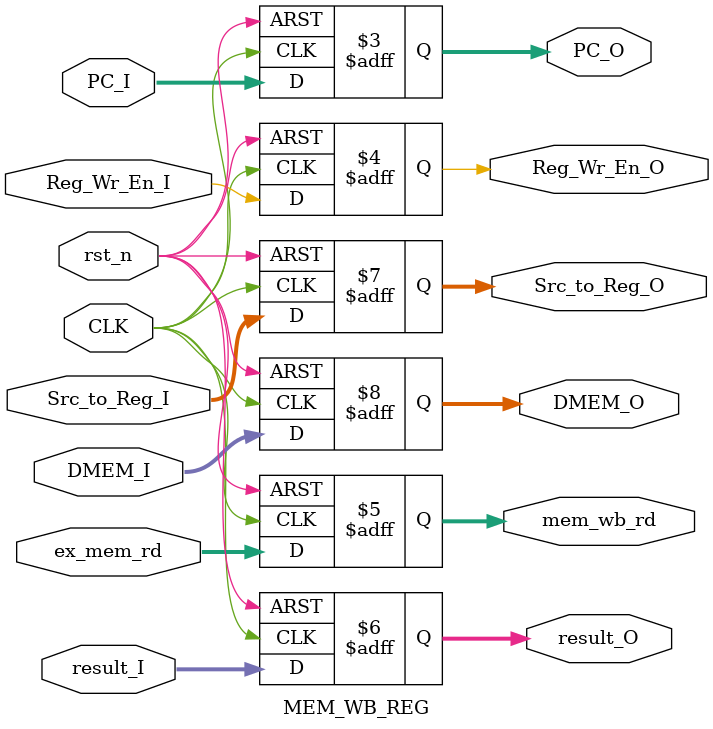
<source format=v>
module MEM_WB_REG #(
	parameter XLEN = 32
)
(
	////////////////////////// INPUT //////////////////////
	input wire 				 CLK,
	input wire          	 rst_n,
	// PC src
	input wire [31:0] 		 PC_I,
	// RegFiles srcs
	input wire  		     Reg_Wr_En_I,
	input wire [4:0]      	 ex_mem_rd,
	// ALU srcs
	input wire [XLEN-1:0]    result_I,
	// Register srcs
	input wire [1:0]		 Src_to_Reg_I,
	input wire [XLEN-1:0]    DMEM_I,
	////////////////////////// OUTPUT //////////////////////
	// PC src
	output reg [31:0] 		 PC_O,
	// RegFiles srcs
	output reg  		     Reg_Wr_En_O,
	output reg [4:0]         mem_wb_rd,
	// ALU srcs
	output reg [XLEN-1:0]    result_O,
	// Memory srcs
	output reg [1:0]		 Src_to_Reg_O,
	output reg [XLEN-1:0]    DMEM_O
);

  
always @(posedge CLK,negedge rst_n) begin
	
	if (!rst_n) begin
		PC_O 		 <= 'b0;
		Reg_Wr_En_O  <= 1'b0;
		mem_wb_rd 	 <= 'b0;
		result_O     <= 'b0;
		Src_to_Reg_O <= 2'b0;
		DMEM_O       <= 'b0;
	end
	else begin
		DMEM_O       <= DMEM_I;
		PC_O 		 <= PC_I;
		Reg_Wr_En_O  <= Reg_Wr_En_I;
		mem_wb_rd 	 <= ex_mem_rd;
		result_O     <= result_I;
		Src_to_Reg_O <= Src_to_Reg_I;
	end

end

endmodule
</source>
